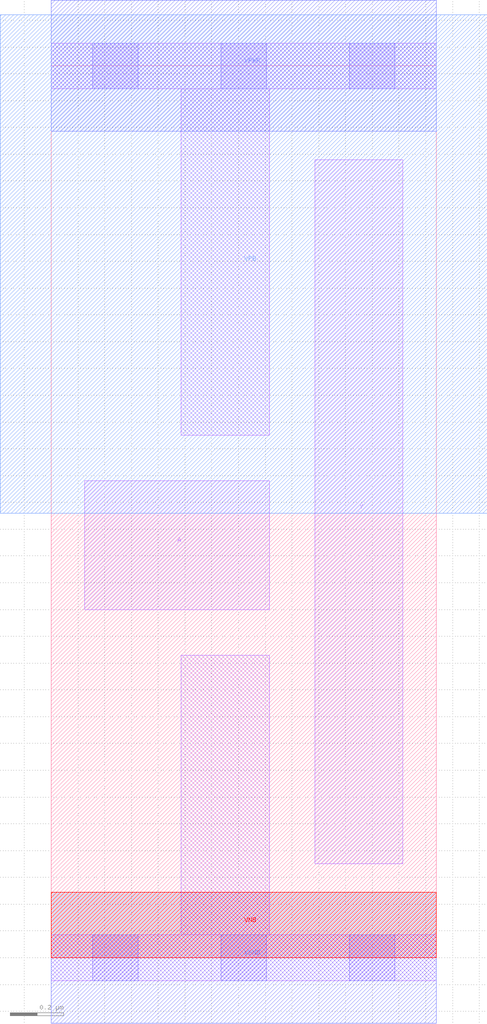
<source format=lef>
# Copyright 2020 The SkyWater PDK Authors
#
# Licensed under the Apache License, Version 2.0 (the "License");
# you may not use this file except in compliance with the License.
# You may obtain a copy of the License at
#
#     https://www.apache.org/licenses/LICENSE-2.0
#
# Unless required by applicable law or agreed to in writing, software
# distributed under the License is distributed on an "AS IS" BASIS,
# WITHOUT WARRANTIES OR CONDITIONS OF ANY KIND, either express or implied.
# See the License for the specific language governing permissions and
# limitations under the License.
#
# SPDX-License-Identifier: Apache-2.0

VERSION 5.7 ;
  NOWIREEXTENSIONATPIN ON ;
  DIVIDERCHAR "/" ;
  BUSBITCHARS "[]" ;
MACRO sky130_fd_sc_ls__inv_1
  CLASS CORE ;
  FOREIGN sky130_fd_sc_ls__inv_1 ;
  ORIGIN  0.000000  0.000000 ;
  SIZE  1.440000 BY  3.330000 ;
  SYMMETRY X Y ;
  SITE unit ;
  PIN A
    ANTENNAGATEAREA  0.279000 ;
    DIRECTION INPUT ;
    USE SIGNAL ;
    PORT
      LAYER li1 ;
        RECT 0.125000 1.300000 0.815000 1.780000 ;
    END
  END A
  PIN Y
    ANTENNADIFFAREA  0.541300 ;
    DIRECTION OUTPUT ;
    USE SIGNAL ;
    PORT
      LAYER li1 ;
        RECT 0.985000 0.350000 1.315000 2.980000 ;
    END
  END Y
  PIN VGND
    DIRECTION INOUT ;
    SHAPE ABUTMENT ;
    USE GROUND ;
    PORT
      LAYER met1 ;
        RECT 0.000000 -0.245000 1.440000 0.245000 ;
    END
  END VGND
  PIN VNB
    DIRECTION INOUT ;
    USE GROUND ;
    PORT
      LAYER pwell ;
        RECT 0.000000 0.000000 1.440000 0.245000 ;
    END
  END VNB
  PIN VPB
    DIRECTION INOUT ;
    USE POWER ;
    PORT
      LAYER nwell ;
        RECT -0.190000 1.660000 1.630000 3.520000 ;
    END
  END VPB
  PIN VPWR
    DIRECTION INOUT ;
    SHAPE ABUTMENT ;
    USE POWER ;
    PORT
      LAYER met1 ;
        RECT 0.000000 3.085000 1.440000 3.575000 ;
    END
  END VPWR
  OBS
    LAYER li1 ;
      RECT 0.000000 -0.085000 1.440000 0.085000 ;
      RECT 0.000000  3.245000 1.440000 3.415000 ;
      RECT 0.485000  0.085000 0.815000 1.130000 ;
      RECT 0.485000  1.950000 0.815000 3.245000 ;
    LAYER mcon ;
      RECT 0.155000 -0.085000 0.325000 0.085000 ;
      RECT 0.155000  3.245000 0.325000 3.415000 ;
      RECT 0.635000 -0.085000 0.805000 0.085000 ;
      RECT 0.635000  3.245000 0.805000 3.415000 ;
      RECT 1.115000 -0.085000 1.285000 0.085000 ;
      RECT 1.115000  3.245000 1.285000 3.415000 ;
  END
END sky130_fd_sc_ls__inv_1
END LIBRARY

</source>
